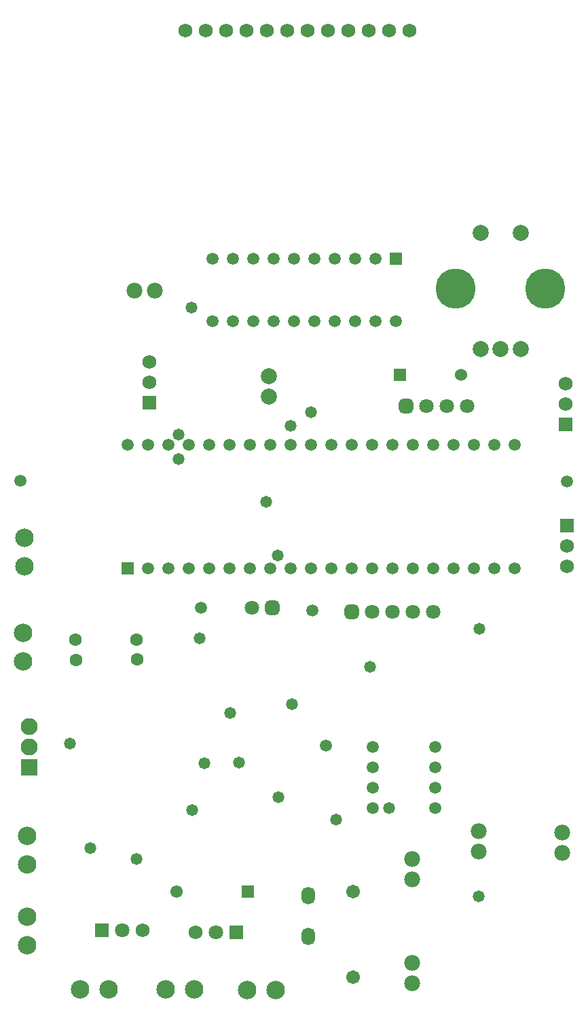
<source format=gbs>
G04*
G04 #@! TF.GenerationSoftware,Altium Limited,Altium Designer,24.4.1 (13)*
G04*
G04 Layer_Color=16711935*
%FSLAX44Y44*%
%MOMM*%
G71*
G04*
G04 #@! TF.SameCoordinates,F6539689-3043-445A-A8EF-E24C1B7FCDF9*
G04*
G04*
G04 #@! TF.FilePolarity,Negative*
G04*
G01*
G75*
%ADD30C,1.5032*%
%ADD31R,1.5032X1.5032*%
%ADD32C,1.7272*%
%ADD33C,2.3032*%
%ADD34R,2.1232X2.1232*%
%ADD35C,2.1232*%
%ADD36C,1.9812*%
%ADD37C,1.5240*%
%ADD38R,1.5240X1.5240*%
%ADD39C,2.0032*%
%ADD40C,1.7532*%
%ADD41R,1.7532X1.7532*%
%ADD42C,1.8032*%
G04:AMPARAMS|DCode=43|XSize=1.8032mm|YSize=1.8032mm|CornerRadius=0.5016mm|HoleSize=0mm|Usage=FLASHONLY|Rotation=0.000|XOffset=0mm|YOffset=0mm|HoleType=Round|Shape=RoundedRectangle|*
%AMROUNDEDRECTD43*
21,1,1.8032,0.8000,0,0,0.0*
21,1,0.8000,1.8032,0,0,0.0*
1,1,1.0032,0.4000,-0.4000*
1,1,1.0032,-0.4000,-0.4000*
1,1,1.0032,-0.4000,0.4000*
1,1,1.0032,0.4000,0.4000*
%
%ADD43ROUNDEDRECTD43*%
%ADD44R,1.8032X1.8032*%
%ADD45R,1.5500X1.5500*%
%ADD46C,1.5500*%
%ADD47O,1.7032X2.2032*%
%ADD48O,1.7272X2.2032*%
%ADD49C,1.7032*%
%ADD50C,1.6032*%
%ADD51C,5.0032*%
%ADD52C,1.4732*%
D30*
X228214Y746414D02*
D03*
X253614D02*
D03*
X279014D02*
D03*
X304414D02*
D03*
X329814D02*
D03*
X355214D02*
D03*
X380614D02*
D03*
X406014D02*
D03*
X431414D02*
D03*
X456814D02*
D03*
X482214D02*
D03*
X507614D02*
D03*
X533014D02*
D03*
X558414D02*
D03*
X583814D02*
D03*
X609214D02*
D03*
X634614D02*
D03*
X660014D02*
D03*
X685414D02*
D03*
X710814D02*
D03*
Y592114D02*
D03*
X685414D02*
D03*
X660014D02*
D03*
X634614D02*
D03*
X609214D02*
D03*
X583814D02*
D03*
X558414D02*
D03*
X533014D02*
D03*
X507614D02*
D03*
X482214D02*
D03*
X456814D02*
D03*
X431414D02*
D03*
X406014D02*
D03*
X380614D02*
D03*
X355214D02*
D03*
X329814D02*
D03*
X304414D02*
D03*
X279014D02*
D03*
X253614D02*
D03*
X775584Y700694D02*
D03*
X93980Y701040D02*
D03*
X474980Y370840D02*
D03*
X319654Y543214D02*
D03*
X611820Y369571D02*
D03*
Y344170D02*
D03*
Y318771D02*
D03*
Y293370D02*
D03*
X533720D02*
D03*
Y318771D02*
D03*
Y344170D02*
D03*
Y369571D02*
D03*
X458084Y539404D02*
D03*
X536824Y978374D02*
D03*
X511424D02*
D03*
X486024D02*
D03*
X460624D02*
D03*
X435224D02*
D03*
X409824D02*
D03*
X384424D02*
D03*
X359024D02*
D03*
X333624D02*
D03*
Y900534D02*
D03*
X359024D02*
D03*
X384424D02*
D03*
X409824D02*
D03*
X435224D02*
D03*
X460624D02*
D03*
X486024D02*
D03*
X511424D02*
D03*
X536824D02*
D03*
X562224D02*
D03*
D31*
X228214Y592114D02*
D03*
X562224Y978374D02*
D03*
D32*
X579120Y1262380D02*
D03*
X553720D02*
D03*
X528320D02*
D03*
X502920D02*
D03*
X477520D02*
D03*
X452120D02*
D03*
X426720D02*
D03*
X401320D02*
D03*
X375920D02*
D03*
X350520D02*
D03*
X325120D02*
D03*
X299720D02*
D03*
X246380Y140970D02*
D03*
X312420Y138430D02*
D03*
D33*
X102484Y258734D02*
D03*
Y223174D02*
D03*
X97790Y511810D02*
D03*
Y476250D02*
D03*
X99060Y629921D02*
D03*
Y594361D02*
D03*
X412750Y66040D02*
D03*
X377190D02*
D03*
X204470Y67310D02*
D03*
X168910D02*
D03*
X102871Y121920D02*
D03*
Y157480D02*
D03*
X311150Y67310D02*
D03*
X275590D02*
D03*
D34*
X105024Y343824D02*
D03*
D35*
Y369224D02*
D03*
Y394624D02*
D03*
D36*
X769620Y262890D02*
D03*
Y237490D02*
D03*
X665480Y264160D02*
D03*
Y238760D02*
D03*
X582930Y74930D02*
D03*
Y100330D02*
D03*
Y204470D02*
D03*
Y229870D02*
D03*
X236220Y938531D02*
D03*
X261620D02*
D03*
D37*
X643920Y833120D02*
D03*
D38*
X567660D02*
D03*
D39*
X403860Y806450D02*
D03*
Y831850D02*
D03*
X718034Y1010724D02*
D03*
X668034D02*
D03*
X693034Y865724D02*
D03*
X718034D02*
D03*
X668034D02*
D03*
D40*
X255270Y849630D02*
D03*
Y824230D02*
D03*
X775970Y594360D02*
D03*
Y619760D02*
D03*
X774314Y822614D02*
D03*
Y797214D02*
D03*
D41*
X255270Y798830D02*
D03*
X775970Y645160D02*
D03*
X774314Y771814D02*
D03*
D42*
X558414Y538134D02*
D03*
X533014D02*
D03*
X583814D02*
D03*
X609214D02*
D03*
X383154Y543214D02*
D03*
X651124Y794674D02*
D03*
X625724D02*
D03*
X600324D02*
D03*
X220980Y140970D02*
D03*
X337820Y138430D02*
D03*
D43*
X507614Y538134D02*
D03*
X408554Y543214D02*
D03*
X574924Y794674D02*
D03*
D44*
X195580Y140970D02*
D03*
X363220Y138430D02*
D03*
D45*
X378024Y188884D02*
D03*
D46*
X289224D02*
D03*
D47*
X453390Y184150D02*
D03*
D48*
Y133350D02*
D03*
D49*
X509270Y82230D02*
D03*
Y189230D02*
D03*
D50*
X163068Y502920D02*
D03*
X163576Y478282D02*
D03*
X239014Y502920D02*
D03*
X240030Y478790D02*
D03*
D51*
X637034Y940724D02*
D03*
X749034D02*
D03*
D52*
X156210Y373380D02*
D03*
X323850Y349250D02*
D03*
X553720Y293370D02*
D03*
X666750Y516890D02*
D03*
X317500Y504698D02*
D03*
X488188Y278638D02*
D03*
X239014Y229852D02*
D03*
X456692Y787146D02*
D03*
X307340Y916940D02*
D03*
X401096Y675132D02*
D03*
X529980Y469256D02*
D03*
X308102Y290830D02*
D03*
X415544Y306578D02*
D03*
X665734Y183134D02*
D03*
X291846Y728218D02*
D03*
X356108Y412242D02*
D03*
X432816Y422910D02*
D03*
X181292Y243142D02*
D03*
X414782Y608584D02*
D03*
X291846Y758952D02*
D03*
X430784Y770382D02*
D03*
X366639Y350266D02*
D03*
M02*

</source>
